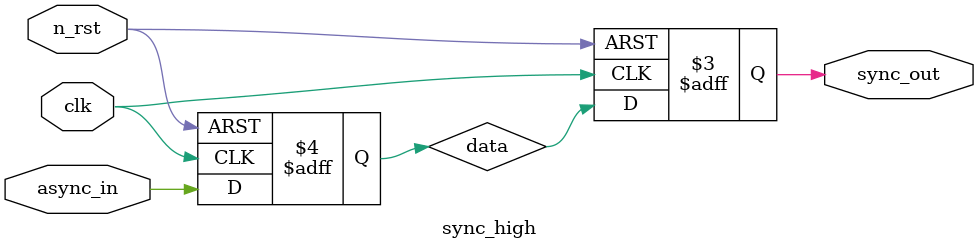
<source format=sv>
module sync_high (clk,  n_rst, async_in,  sync_out);
input clk, n_rst, async_in;
output reg sync_out;
reg data;

always_ff @ (posedge clk, negedge n_rst)
begin : REG_LOGIC
	if(1'b0 == n_rst)begin
		data <= 1'b1;
		sync_out <= 1'b1;
	end
	else begin
		data <= async_in;
		sync_out <= data;
end
end

endmodule

</source>
